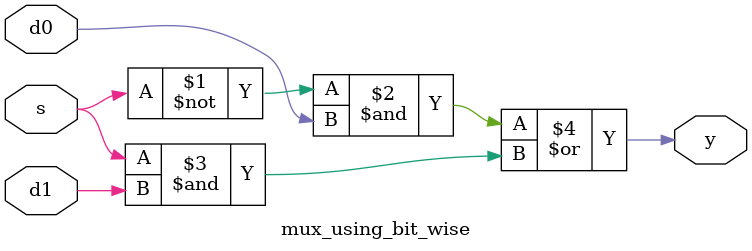
<source format=v>
`timescale 1ns / 1ps


module mux_using_bit_wise(
input s,d0,d1,
output y );

assign y = (~s & d0)|(s & d1 );

endmodule


</source>
